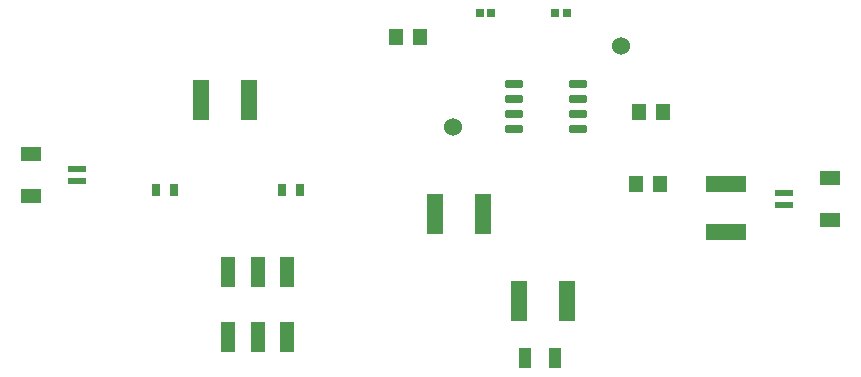
<source format=gbr>
G04*
G04 #@! TF.GenerationSoftware,Altium Limited,Altium Designer,24.9.1 (31)*
G04*
G04 Layer_Color=255*
%FSLAX44Y44*%
%MOMM*%
G71*
G04*
G04 #@! TF.SameCoordinates,B653029B-541F-4617-83FB-ACABD9EDAD60*
G04*
G04*
G04 #@! TF.FilePolarity,Positive*
G04*
G01*
G75*
%ADD14R,1.2000X2.5000*%
%ADD15R,0.8000X1.0000*%
%ADD16R,1.4000X3.4000*%
%ADD17R,1.2000X1.4500*%
%ADD18R,3.4000X1.4000*%
%ADD19R,1.1057X1.6582*%
%ADD20R,0.7154X0.6725*%
%ADD21R,1.5500X0.6000*%
%ADD22R,1.8000X1.2000*%
G04:AMPARAMS|DCode=23|XSize=0.6mm|YSize=1.45mm|CornerRadius=0.051mm|HoleSize=0mm|Usage=FLASHONLY|Rotation=90.000|XOffset=0mm|YOffset=0mm|HoleType=Round|Shape=RoundedRectangle|*
%AMROUNDEDRECTD23*
21,1,0.6000,1.3480,0,0,90.0*
21,1,0.4980,1.4500,0,0,90.0*
1,1,0.1020,0.6740,0.2490*
1,1,0.1020,0.6740,-0.2490*
1,1,0.1020,-0.6740,-0.2490*
1,1,0.1020,-0.6740,0.2490*
%
%ADD23ROUNDEDRECTD23*%
%ADD31C,1.5240*%
D14*
X548640Y686240D02*
D03*
Y741240D02*
D03*
X573640D02*
D03*
Y686240D02*
D03*
X523640D02*
D03*
Y741240D02*
D03*
D15*
X569200Y810260D02*
D03*
X584200D02*
D03*
X462400D02*
D03*
X477400D02*
D03*
D16*
X739320Y789940D02*
D03*
X698320D02*
D03*
X810440Y716280D02*
D03*
X769440D02*
D03*
X500200Y886460D02*
D03*
X541200D02*
D03*
D17*
X888840Y815340D02*
D03*
X868840D02*
D03*
X685480Y939800D02*
D03*
X665480D02*
D03*
X871380Y876300D02*
D03*
X891380D02*
D03*
D18*
X944880Y774520D02*
D03*
Y815520D02*
D03*
D19*
X800162Y668020D02*
D03*
X774638D02*
D03*
D20*
X809966Y960120D02*
D03*
X800394D02*
D03*
X746171D02*
D03*
X736600D02*
D03*
D21*
X395340Y817960D02*
D03*
Y827960D02*
D03*
X994040Y807640D02*
D03*
Y797640D02*
D03*
D22*
X356590Y804960D02*
D03*
Y840960D02*
D03*
X1032790Y820640D02*
D03*
Y784640D02*
D03*
D23*
X819730Y862330D02*
D03*
Y875030D02*
D03*
Y887730D02*
D03*
Y900430D02*
D03*
X765230Y862330D02*
D03*
Y875030D02*
D03*
Y887730D02*
D03*
Y900430D02*
D03*
D31*
X855980Y932180D02*
D03*
X713740Y863600D02*
D03*
M02*

</source>
